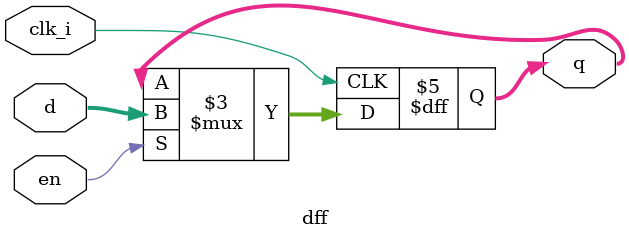
<source format=sv>


module dff (
  input logic clk_i,
  input logic en,
  input logic [3:0] d,
  output logic[3:0] q
);

always_ff @(posedge clk_i) begin
  if (en)  q <= d;
  else     q <= q;
end

endmodule: dff

</source>
